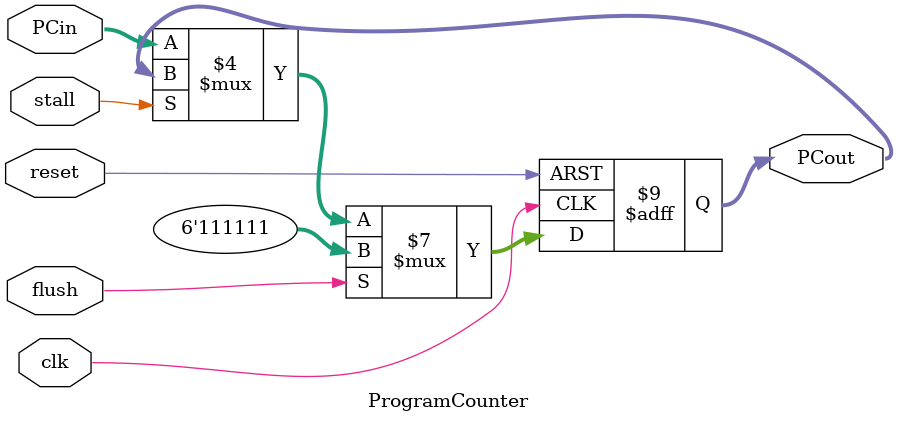
<source format=v>
module ProgramCounter (clk, reset, PCin, PCout,stall, flush);
	
input clk,reset,flush,stall;
input [5:0] PCin;
output reg [5:0] PCout;

always @(posedge clk, negedge reset)
	begin
	
	if (~reset)
		PCout <= 6'b111111;
	else if(flush)
		PCout <= 6'b111111;
	else if (~stall)
		PCout<=PCin;
	else ;
	
	end

endmodule 

</source>
